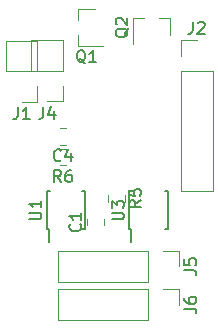
<source format=gbr>
G04 #@! TF.GenerationSoftware,KiCad,Pcbnew,(5.0.2)-1*
G04 #@! TF.CreationDate,2020-08-24T11:05:20+02:00*
G04 #@! TF.ProjectId,TinkerShieldPaddle,54696e6b-6572-4536-9869-656c64506164,rev?*
G04 #@! TF.SameCoordinates,Original*
G04 #@! TF.FileFunction,Legend,Top*
G04 #@! TF.FilePolarity,Positive*
%FSLAX46Y46*%
G04 Gerber Fmt 4.6, Leading zero omitted, Abs format (unit mm)*
G04 Created by KiCad (PCBNEW (5.0.2)-1) date 24.08.2020 11:05:20*
%MOMM*%
%LPD*%
G01*
G04 APERTURE LIST*
%ADD10C,0.120000*%
%ADD11C,0.150000*%
G04 APERTURE END LIST*
D10*
G04 #@! TO.C,C1*
X157290000Y-141261252D02*
X157290000Y-140738748D01*
X158710000Y-141261252D02*
X158710000Y-140738748D01*
G04 #@! TO.C,J6*
X154800000Y-146670000D02*
X154800000Y-149330000D01*
X162480000Y-146670000D02*
X154800000Y-146670000D01*
X162480000Y-149330000D02*
X154800000Y-149330000D01*
X162480000Y-146670000D02*
X162480000Y-149330000D01*
X163750000Y-146670000D02*
X165080000Y-146670000D01*
X165080000Y-146670000D02*
X165080000Y-148000000D01*
G04 #@! TO.C,J2*
X165255000Y-138410000D02*
X167915000Y-138410000D01*
X165255000Y-128190000D02*
X165255000Y-138410000D01*
X167915000Y-128190000D02*
X167915000Y-138410000D01*
X165255000Y-128190000D02*
X167915000Y-128190000D01*
X165255000Y-126920000D02*
X165255000Y-125590000D01*
X165255000Y-125590000D02*
X166585000Y-125590000D01*
G04 #@! TO.C,C4*
X155511252Y-134460000D02*
X154988748Y-134460000D01*
X155511252Y-133040000D02*
X154988748Y-133040000D01*
G04 #@! TO.C,J5*
X154800000Y-143420000D02*
X154800000Y-146080000D01*
X162480000Y-143420000D02*
X154800000Y-143420000D01*
X162480000Y-146080000D02*
X154800000Y-146080000D01*
X162480000Y-143420000D02*
X162480000Y-146080000D01*
X163750000Y-143420000D02*
X165080000Y-143420000D01*
X165080000Y-143420000D02*
X165080000Y-144750000D01*
G04 #@! TO.C,J1*
X153080000Y-125630000D02*
X150420000Y-125630000D01*
X153080000Y-128230000D02*
X153080000Y-125630000D01*
X150420000Y-128230000D02*
X150420000Y-125630000D01*
X153080000Y-128230000D02*
X150420000Y-128230000D01*
X153080000Y-129500000D02*
X153080000Y-130830000D01*
X153080000Y-130830000D02*
X151750000Y-130830000D01*
G04 #@! TO.C,J4*
X155245000Y-125590000D02*
X152585000Y-125590000D01*
X155245000Y-128190000D02*
X155245000Y-125590000D01*
X152585000Y-128190000D02*
X152585000Y-125590000D01*
X155245000Y-128190000D02*
X152585000Y-128190000D01*
X155245000Y-129460000D02*
X155245000Y-130790000D01*
X155245000Y-130790000D02*
X153915000Y-130790000D01*
D11*
G04 #@! TO.C,U1*
X154050000Y-141625000D02*
X154050000Y-142700000D01*
X157125000Y-141625000D02*
X157125000Y-138375000D01*
X153875000Y-141625000D02*
X153875000Y-138375000D01*
X157125000Y-141625000D02*
X156850000Y-141625000D01*
X157125000Y-138375000D02*
X156850000Y-138375000D01*
X153875000Y-138375000D02*
X154150000Y-138375000D01*
X153875000Y-141625000D02*
X154050000Y-141625000D01*
G04 #@! TO.C,U3*
X160875000Y-141625000D02*
X161050000Y-141625000D01*
X160875000Y-138375000D02*
X161150000Y-138375000D01*
X164125000Y-138375000D02*
X163850000Y-138375000D01*
X164125000Y-141625000D02*
X163850000Y-141625000D01*
X160875000Y-141625000D02*
X160875000Y-138375000D01*
X164125000Y-141625000D02*
X164125000Y-138375000D01*
X161050000Y-141625000D02*
X161050000Y-142700000D01*
D10*
G04 #@! TO.C,Q1*
X156490000Y-122920000D02*
X157950000Y-122920000D01*
X156490000Y-126080000D02*
X158650000Y-126080000D01*
X156490000Y-126080000D02*
X156490000Y-125150000D01*
X156490000Y-122920000D02*
X156490000Y-123850000D01*
G04 #@! TO.C,Q2*
X164330000Y-123740000D02*
X163400000Y-123740000D01*
X161170000Y-123740000D02*
X162100000Y-123740000D01*
X161170000Y-123740000D02*
X161170000Y-125900000D01*
X164330000Y-123740000D02*
X164330000Y-125200000D01*
G04 #@! TO.C,R5*
X159040000Y-138738748D02*
X159040000Y-139261252D01*
X160460000Y-138738748D02*
X160460000Y-139261252D01*
G04 #@! TO.C,R6*
X155511252Y-136210000D02*
X154988748Y-136210000D01*
X155511252Y-134790000D02*
X154988748Y-134790000D01*
G04 #@! TO.C,C1*
D11*
X156707142Y-141166666D02*
X156754761Y-141214285D01*
X156802380Y-141357142D01*
X156802380Y-141452380D01*
X156754761Y-141595238D01*
X156659523Y-141690476D01*
X156564285Y-141738095D01*
X156373809Y-141785714D01*
X156230952Y-141785714D01*
X156040476Y-141738095D01*
X155945238Y-141690476D01*
X155850000Y-141595238D01*
X155802380Y-141452380D01*
X155802380Y-141357142D01*
X155850000Y-141214285D01*
X155897619Y-141166666D01*
X156802380Y-140214285D02*
X156802380Y-140785714D01*
X156802380Y-140500000D02*
X155802380Y-140500000D01*
X155945238Y-140595238D01*
X156040476Y-140690476D01*
X156088095Y-140785714D01*
G04 #@! TO.C,*
G04 #@! TO.C,J6*
X165532380Y-148333333D02*
X166246666Y-148333333D01*
X166389523Y-148380952D01*
X166484761Y-148476190D01*
X166532380Y-148619047D01*
X166532380Y-148714285D01*
X165532380Y-147428571D02*
X165532380Y-147619047D01*
X165580000Y-147714285D01*
X165627619Y-147761904D01*
X165770476Y-147857142D01*
X165960952Y-147904761D01*
X166341904Y-147904761D01*
X166437142Y-147857142D01*
X166484761Y-147809523D01*
X166532380Y-147714285D01*
X166532380Y-147523809D01*
X166484761Y-147428571D01*
X166437142Y-147380952D01*
X166341904Y-147333333D01*
X166103809Y-147333333D01*
X166008571Y-147380952D01*
X165960952Y-147428571D01*
X165913333Y-147523809D01*
X165913333Y-147714285D01*
X165960952Y-147809523D01*
X166008571Y-147857142D01*
X166103809Y-147904761D01*
G04 #@! TO.C,J2*
X166251666Y-124042380D02*
X166251666Y-124756666D01*
X166204047Y-124899523D01*
X166108809Y-124994761D01*
X165965952Y-125042380D01*
X165870714Y-125042380D01*
X166680238Y-124137619D02*
X166727857Y-124090000D01*
X166823095Y-124042380D01*
X167061190Y-124042380D01*
X167156428Y-124090000D01*
X167204047Y-124137619D01*
X167251666Y-124232857D01*
X167251666Y-124328095D01*
X167204047Y-124470952D01*
X166632619Y-125042380D01*
X167251666Y-125042380D01*
G04 #@! TO.C,C4*
X155083333Y-135757142D02*
X155035714Y-135804761D01*
X154892857Y-135852380D01*
X154797619Y-135852380D01*
X154654761Y-135804761D01*
X154559523Y-135709523D01*
X154511904Y-135614285D01*
X154464285Y-135423809D01*
X154464285Y-135280952D01*
X154511904Y-135090476D01*
X154559523Y-134995238D01*
X154654761Y-134900000D01*
X154797619Y-134852380D01*
X154892857Y-134852380D01*
X155035714Y-134900000D01*
X155083333Y-134947619D01*
X155940476Y-135185714D02*
X155940476Y-135852380D01*
X155702380Y-134804761D02*
X155464285Y-135519047D01*
X156083333Y-135519047D01*
G04 #@! TO.C,J5*
X165532380Y-145083333D02*
X166246666Y-145083333D01*
X166389523Y-145130952D01*
X166484761Y-145226190D01*
X166532380Y-145369047D01*
X166532380Y-145464285D01*
X165532380Y-144130952D02*
X165532380Y-144607142D01*
X166008571Y-144654761D01*
X165960952Y-144607142D01*
X165913333Y-144511904D01*
X165913333Y-144273809D01*
X165960952Y-144178571D01*
X166008571Y-144130952D01*
X166103809Y-144083333D01*
X166341904Y-144083333D01*
X166437142Y-144130952D01*
X166484761Y-144178571D01*
X166532380Y-144273809D01*
X166532380Y-144511904D01*
X166484761Y-144607142D01*
X166437142Y-144654761D01*
G04 #@! TO.C,J1*
X151416666Y-131282380D02*
X151416666Y-131996666D01*
X151369047Y-132139523D01*
X151273809Y-132234761D01*
X151130952Y-132282380D01*
X151035714Y-132282380D01*
X152416666Y-132282380D02*
X151845238Y-132282380D01*
X152130952Y-132282380D02*
X152130952Y-131282380D01*
X152035714Y-131425238D01*
X151940476Y-131520476D01*
X151845238Y-131568095D01*
G04 #@! TO.C,J4*
X153581666Y-131242380D02*
X153581666Y-131956666D01*
X153534047Y-132099523D01*
X153438809Y-132194761D01*
X153295952Y-132242380D01*
X153200714Y-132242380D01*
X154486428Y-131575714D02*
X154486428Y-132242380D01*
X154248333Y-131194761D02*
X154010238Y-131909047D01*
X154629285Y-131909047D01*
G04 #@! TO.C,U1*
X152402380Y-140761904D02*
X153211904Y-140761904D01*
X153307142Y-140714285D01*
X153354761Y-140666666D01*
X153402380Y-140571428D01*
X153402380Y-140380952D01*
X153354761Y-140285714D01*
X153307142Y-140238095D01*
X153211904Y-140190476D01*
X152402380Y-140190476D01*
X153402380Y-139190476D02*
X153402380Y-139761904D01*
X153402380Y-139476190D02*
X152402380Y-139476190D01*
X152545238Y-139571428D01*
X152640476Y-139666666D01*
X152688095Y-139761904D01*
G04 #@! TO.C,U3*
X159402380Y-140761904D02*
X160211904Y-140761904D01*
X160307142Y-140714285D01*
X160354761Y-140666666D01*
X160402380Y-140571428D01*
X160402380Y-140380952D01*
X160354761Y-140285714D01*
X160307142Y-140238095D01*
X160211904Y-140190476D01*
X159402380Y-140190476D01*
X159402380Y-139809523D02*
X159402380Y-139190476D01*
X159783333Y-139523809D01*
X159783333Y-139380952D01*
X159830952Y-139285714D01*
X159878571Y-139238095D01*
X159973809Y-139190476D01*
X160211904Y-139190476D01*
X160307142Y-139238095D01*
X160354761Y-139285714D01*
X160402380Y-139380952D01*
X160402380Y-139666666D01*
X160354761Y-139761904D01*
X160307142Y-139809523D01*
G04 #@! TO.C,Q1*
X157154761Y-127547619D02*
X157059523Y-127500000D01*
X156964285Y-127404761D01*
X156821428Y-127261904D01*
X156726190Y-127214285D01*
X156630952Y-127214285D01*
X156678571Y-127452380D02*
X156583333Y-127404761D01*
X156488095Y-127309523D01*
X156440476Y-127119047D01*
X156440476Y-126785714D01*
X156488095Y-126595238D01*
X156583333Y-126500000D01*
X156678571Y-126452380D01*
X156869047Y-126452380D01*
X156964285Y-126500000D01*
X157059523Y-126595238D01*
X157107142Y-126785714D01*
X157107142Y-127119047D01*
X157059523Y-127309523D01*
X156964285Y-127404761D01*
X156869047Y-127452380D01*
X156678571Y-127452380D01*
X158059523Y-127452380D02*
X157488095Y-127452380D01*
X157773809Y-127452380D02*
X157773809Y-126452380D01*
X157678571Y-126595238D01*
X157583333Y-126690476D01*
X157488095Y-126738095D01*
G04 #@! TO.C,Q2*
X160797619Y-124595238D02*
X160750000Y-124690476D01*
X160654761Y-124785714D01*
X160511904Y-124928571D01*
X160464285Y-125023809D01*
X160464285Y-125119047D01*
X160702380Y-125071428D02*
X160654761Y-125166666D01*
X160559523Y-125261904D01*
X160369047Y-125309523D01*
X160035714Y-125309523D01*
X159845238Y-125261904D01*
X159750000Y-125166666D01*
X159702380Y-125071428D01*
X159702380Y-124880952D01*
X159750000Y-124785714D01*
X159845238Y-124690476D01*
X160035714Y-124642857D01*
X160369047Y-124642857D01*
X160559523Y-124690476D01*
X160654761Y-124785714D01*
X160702380Y-124880952D01*
X160702380Y-125071428D01*
X159797619Y-124261904D02*
X159750000Y-124214285D01*
X159702380Y-124119047D01*
X159702380Y-123880952D01*
X159750000Y-123785714D01*
X159797619Y-123738095D01*
X159892857Y-123690476D01*
X159988095Y-123690476D01*
X160130952Y-123738095D01*
X160702380Y-124309523D01*
X160702380Y-123690476D01*
G04 #@! TO.C,R5*
X161852380Y-139166666D02*
X161376190Y-139500000D01*
X161852380Y-139738095D02*
X160852380Y-139738095D01*
X160852380Y-139357142D01*
X160900000Y-139261904D01*
X160947619Y-139214285D01*
X161042857Y-139166666D01*
X161185714Y-139166666D01*
X161280952Y-139214285D01*
X161328571Y-139261904D01*
X161376190Y-139357142D01*
X161376190Y-139738095D01*
X160852380Y-138261904D02*
X160852380Y-138738095D01*
X161328571Y-138785714D01*
X161280952Y-138738095D01*
X161233333Y-138642857D01*
X161233333Y-138404761D01*
X161280952Y-138309523D01*
X161328571Y-138261904D01*
X161423809Y-138214285D01*
X161661904Y-138214285D01*
X161757142Y-138261904D01*
X161804761Y-138309523D01*
X161852380Y-138404761D01*
X161852380Y-138642857D01*
X161804761Y-138738095D01*
X161757142Y-138785714D01*
G04 #@! TO.C,R6*
X155083333Y-137602380D02*
X154750000Y-137126190D01*
X154511904Y-137602380D02*
X154511904Y-136602380D01*
X154892857Y-136602380D01*
X154988095Y-136650000D01*
X155035714Y-136697619D01*
X155083333Y-136792857D01*
X155083333Y-136935714D01*
X155035714Y-137030952D01*
X154988095Y-137078571D01*
X154892857Y-137126190D01*
X154511904Y-137126190D01*
X155940476Y-136602380D02*
X155750000Y-136602380D01*
X155654761Y-136650000D01*
X155607142Y-136697619D01*
X155511904Y-136840476D01*
X155464285Y-137030952D01*
X155464285Y-137411904D01*
X155511904Y-137507142D01*
X155559523Y-137554761D01*
X155654761Y-137602380D01*
X155845238Y-137602380D01*
X155940476Y-137554761D01*
X155988095Y-137507142D01*
X156035714Y-137411904D01*
X156035714Y-137173809D01*
X155988095Y-137078571D01*
X155940476Y-137030952D01*
X155845238Y-136983333D01*
X155654761Y-136983333D01*
X155559523Y-137030952D01*
X155511904Y-137078571D01*
X155464285Y-137173809D01*
G04 #@! TO.C,*
G04 #@! TD*
M02*

</source>
